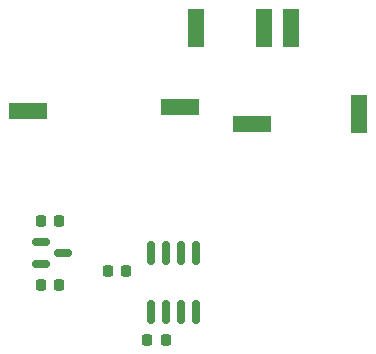
<source format=gbr>
%TF.GenerationSoftware,KiCad,Pcbnew,7.0.9*%
%TF.CreationDate,2023-11-28T13:38:34+10:00*%
%TF.ProjectId,cansult,63616e73-756c-4742-9e6b-696361645f70,rev?*%
%TF.SameCoordinates,Original*%
%TF.FileFunction,Paste,Bot*%
%TF.FilePolarity,Positive*%
%FSLAX46Y46*%
G04 Gerber Fmt 4.6, Leading zero omitted, Abs format (unit mm)*
G04 Created by KiCad (PCBNEW 7.0.9) date 2023-11-28 13:38:34*
%MOMM*%
%LPD*%
G01*
G04 APERTURE LIST*
G04 Aperture macros list*
%AMRoundRect*
0 Rectangle with rounded corners*
0 $1 Rounding radius*
0 $2 $3 $4 $5 $6 $7 $8 $9 X,Y pos of 4 corners*
0 Add a 4 corners polygon primitive as box body*
4,1,4,$2,$3,$4,$5,$6,$7,$8,$9,$2,$3,0*
0 Add four circle primitives for the rounded corners*
1,1,$1+$1,$2,$3*
1,1,$1+$1,$4,$5*
1,1,$1+$1,$6,$7*
1,1,$1+$1,$8,$9*
0 Add four rect primitives between the rounded corners*
20,1,$1+$1,$2,$3,$4,$5,0*
20,1,$1+$1,$4,$5,$6,$7,0*
20,1,$1+$1,$6,$7,$8,$9,0*
20,1,$1+$1,$8,$9,$2,$3,0*%
G04 Aperture macros list end*
%ADD10R,1.400000X3.200000*%
%ADD11R,3.200000X1.400000*%
%ADD12RoundRect,0.150000X-0.587500X-0.150000X0.587500X-0.150000X0.587500X0.150000X-0.587500X0.150000X0*%
%ADD13RoundRect,0.225000X0.225000X0.250000X-0.225000X0.250000X-0.225000X-0.250000X0.225000X-0.250000X0*%
%ADD14RoundRect,0.225000X-0.225000X-0.250000X0.225000X-0.250000X0.225000X0.250000X-0.225000X0.250000X0*%
%ADD15RoundRect,0.150000X0.150000X-0.825000X0.150000X0.825000X-0.150000X0.825000X-0.150000X-0.825000X0*%
G04 APERTURE END LIST*
D10*
%TO.C,TP7*%
X185500000Y-75200000D03*
%TD*%
D11*
%TO.C,TP6*%
X171250000Y-82250000D03*
%TD*%
%TO.C,TP5*%
X190200000Y-83400000D03*
%TD*%
D10*
%TO.C,TP4*%
X193500000Y-75250000D03*
%TD*%
%TO.C,TP3*%
X199250000Y-82500000D03*
%TD*%
%TO.C,TP2*%
X191250000Y-75250000D03*
%TD*%
D11*
%TO.C,TP1*%
X184100000Y-81900000D03*
%TD*%
D12*
%TO.C,D1*%
X172362500Y-95250000D03*
X172362500Y-93350000D03*
X174237500Y-94300000D03*
%TD*%
D13*
%TO.C,C16*%
X173875000Y-97000000D03*
X172325000Y-97000000D03*
%TD*%
%TO.C,C8*%
X182925000Y-101650000D03*
X181375000Y-101650000D03*
%TD*%
%TO.C,C6*%
X179575000Y-95800000D03*
X178025000Y-95800000D03*
%TD*%
D14*
%TO.C,C18*%
X172325000Y-91600000D03*
X173875000Y-91600000D03*
%TD*%
D15*
%TO.C,U3*%
X185505000Y-99275000D03*
X184235000Y-99275000D03*
X182965000Y-99275000D03*
X181695000Y-99275000D03*
X181695000Y-94325000D03*
X182965000Y-94325000D03*
X184235000Y-94325000D03*
X185505000Y-94325000D03*
%TD*%
M02*

</source>
